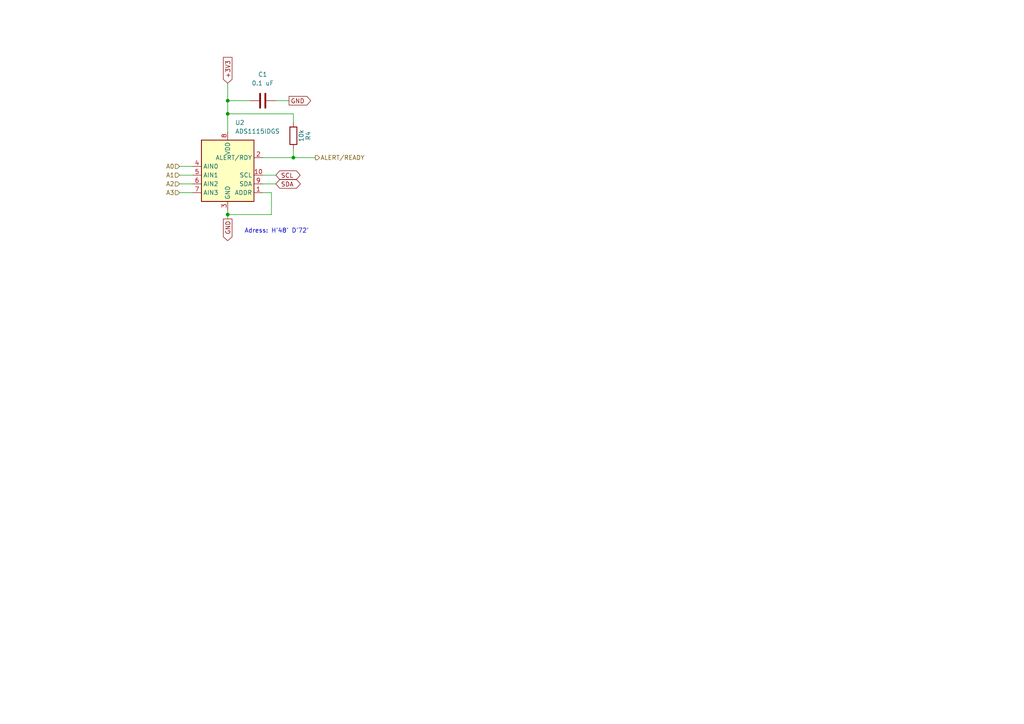
<source format=kicad_sch>
(kicad_sch (version 20250114) (generator "eeschema") (generator_version "9.0")
  (paper "A4")
  (lib_symbols
    (symbol "Analog_ADC:ADS1115IDGS"
      (property "Reference" "U" (at 2.54 13.97 0))
      (property "Value" "ADS1115IDGS" (at 7.62 11.43 0))
      (symbol "ADS1115IDGS_0_1"
        (rectangle (start -7.62 10.16) (end 7.62 -7.62) (stroke (width 0.254)) (fill (type background)))
      )
      (symbol "ADS1115IDGS_1_1"
        (pin input line (at -10.16 2.54 0) (length 2.54) (name "AIN0") (number "4"))
        (pin input line (at -10.16 0 0) (length 2.54) (name "AIN1") (number "5"))
        (pin input line (at -10.16 -2.54 0) (length 2.54) (name "AIN2") (number "6"))
        (pin input line (at -10.16 -5.08 0) (length 2.54) (name "AIN3") (number "7"))
        (pin power_in line (at 0 12.7 270) (length 2.54) (name "VDD") (number "8"))
        (pin power_in line (at 0 -10.16 90) (length 2.54) (name "GND") (number "3"))
        (pin output line (at 10.16 5.08 180) (length 2.54) (name "ALERT/RDY") (number "2"))
        (pin input line (at 10.16 0 180) (length 2.54) (name "SCL") (number "10"))
        (pin bidirectional line (at 10.16 -2.54 180) (length 2.54) (name "SDA") (number "9"))
        (pin input line (at 10.16 -5.08 180) (length 2.54) (name "ADDR") (number "1"))
      )
    )
    (symbol "Device:C" (pin_numbers (hide yes)) (pin_names (offset 0.254))
      (property "Reference" "C" (at 0.635 2.54 0))
      (property "Value" "C" (at 0.635 -2.54 0))
      (symbol "C_0_1"
        (polyline (pts (xy -2.032 0.762) (xy 2.032 0.762)) (stroke (width 0.508)))
        (polyline (pts (xy -2.032 -0.762) (xy 2.032 -0.762)) (stroke (width 0.508)))
      )
      (symbol "C_1_1"
        (pin passive line (at 0 3.81 270) (length 2.794) (name "~") (number "1"))
        (pin passive line (at 0 -3.81 90) (length 2.794) (name "~") (number "2"))
      )
    )
    (symbol "Device:R" (pin_numbers (hide yes)) (pin_names (offset 0))
      (property "Reference" "R" (at 2.032 0 90))
      (property "Value" "R" (at 0 0 90))
      (symbol "R_0_1"
        (rectangle (start -1.016 -2.54) (end 1.016 2.54) (stroke (width 0.254)))
      )
      (symbol "R_1_1"
        (pin passive line (at 0 3.81 270) (length 1.27) (name "~") (number "1"))
        (pin passive line (at 0 -3.81 90) (length 1.27) (name "~") (number "2"))
      )
    )
  )
  (text "Adress: H'48' D'72'" (at 80.264 67.056 0) (effects (font (size 1.27 1.27))))
  (junction (at 66.04 29.21))
  (junction (at 85.09 45.72))
  (junction (at 66.04 62.23))
  (junction (at 66.04 33.02))
  (wire (pts (xy 66.04 29.21) (xy 72.39 29.21)))
  (wire (pts (xy 66.04 24.13) (xy 66.04 29.21)))
  (wire (pts (xy 85.09 43.18) (xy 85.09 45.72)))
  (wire (pts (xy 76.2 50.8) (xy 80.01 50.8)))
  (wire (pts (xy 85.09 45.72) (xy 91.44 45.72)))
  (wire (pts (xy 80.01 29.21) (xy 83.82 29.21)))
  (wire (pts (xy 76.2 45.72) (xy 85.09 45.72)))
  (wire (pts (xy 52.07 50.8) (xy 55.88 50.8)))
  (wire (pts (xy 78.74 55.88) (xy 78.74 62.23)))
  (wire (pts (xy 52.07 53.34) (xy 55.88 53.34)))
  (wire (pts (xy 66.04 33.02) (xy 66.04 38.1)))
  (wire (pts (xy 66.04 62.23) (xy 66.04 63.5)))
  (wire (pts (xy 66.04 62.23) (xy 78.74 62.23)))
  (wire (pts (xy 76.2 55.88) (xy 78.74 55.88)))
  (wire (pts (xy 66.04 33.02) (xy 85.09 33.02)))
  (wire (pts (xy 85.09 35.56) (xy 85.09 33.02)))
  (wire (pts (xy 52.07 48.26) (xy 55.88 48.26)))
  (wire (pts (xy 66.04 60.96) (xy 66.04 62.23)))
  (wire (pts (xy 76.2 53.34) (xy 80.01 53.34)))
  (wire (pts (xy 66.04 29.21) (xy 66.04 33.02)))
  (wire (pts (xy 52.07 55.88) (xy 55.88 55.88)))
  (global_label "SCL" (shape bidirectional) (at 80.01 50.8 0) (property "Intersheetrefs" "${INTERSHEET_REFS}" (effects (hide yes))))
  (global_label "+3V3" (shape input) (at 66.04 24.13 90) (property "Intersheetrefs" "${INTERSHEET_REFS}" (effects (hide yes))))
  (global_label "SDA" (shape bidirectional) (at 80.01 53.34 0) (property "Intersheetrefs" "${INTERSHEET_REFS}" (effects (hide yes))))
  (global_label "GND" (shape output) (at 83.82 29.21 0) (property "Intersheetrefs" "${INTERSHEET_REFS}" (effects (hide yes))))
  (global_label "GND" (shape output) (at 66.04 63.5 270) (property "Intersheetrefs" "${INTERSHEET_REFS}" (effects (hide yes))))
  (hierarchical_label "A2" (shape input) (at 52.07 53.34 180))
  (hierarchical_label "A1" (shape input) (at 52.07 50.8 180))
  (hierarchical_label "A0" (shape input) (at 52.07 48.26 180))
  (hierarchical_label "A3" (shape input) (at 52.07 55.88 180))
  (hierarchical_label "ALERT{slash}READY" (shape output) (at 91.44 45.72 0))
  (symbol (lib_id "Device:R") (at 85.09 39.37 180) (unit 1)
    (property "Reference" "R4" (at 89.408 39.37 90))
    (property "Value" "10k" (at 87.376 39.37 90))
    (property "Footprint" "Resistor_SMD:R_0603_1608Metric_Pad0.98x0.95mm_HandSolder" (effects (hide yes)))
    (property "Description" "Resistor" (effects (hide yes)))
    (property "Manufacturer Part Number" "RC0603FR-0710KL" (effects (hide yes)))
    (property "Mouser number" "603-RC0603FR-0710KL" (effects (hide yes)))
    (property "Ullmanna Part Number" "BMCR0201" (effects (hide yes)))
    (property "Mouser Part Number" "603-RC0603FR-0710KL " (effects (hide yes)))
  )
  (symbol (lib_id "Device:C") (at 76.2 29.21 90) (unit 1)
    (property "Reference" "C1" (at 76.2 21.59 90))
    (property "Value" "0.1 uF" (at 76.2 24.13 90))
    (property "Footprint" "Capacitor_SMD:C_0603_1608Metric_Pad1.08x0.95mm_HandSolder" (effects (hide yes)))
    (property "Description" "Unpolarized capacitor" (effects (hide yes)))
    (property "Manufacturer Part Number" "C0603C104M5RACTU" (effects (hide yes)))
    (property "Mouser Part Number" "80-C0603C104M5R" (effects (hide yes)))
    (property "Ullmanna Part Number" "BMCCK351" (effects (hide yes)))
  )
  (symbol (lib_id "Analog_ADC:ADS1115IDGS") (at 66.04 50.8 0) (unit 1)
    (property "Reference" "U2" (at 68.1833 35.56 0) (effects (justify left)))
    (property "Value" "ADS1115IDGS" (at 68.1833 38.1 0) (effects (justify left)))
    (property "Footprint" "Package_SO:TSSOP-10_3x3mm_P0.5mm" (effects (hide yes)))
    (property "Datasheet" "http://www.ti.com/lit/ds/symlink/ads1113.pdf" (effects (hide yes)))
    (property "Description" "Ultra-Small, Low-Power, I2C-Compatible, 860-SPS, 16-Bit ADCs With Internal Reference, Oscillator, and Programmable Comparator, VSSOP-10" (effects (hide yes)))
    (property "Manufacturer Part Number" "ADS1115LIYCJR" (effects (hide yes)))
    (property "Mouser Part Number" "595-ADS1115LIYCJR" (effects (hide yes)))
  )
)
</source>
